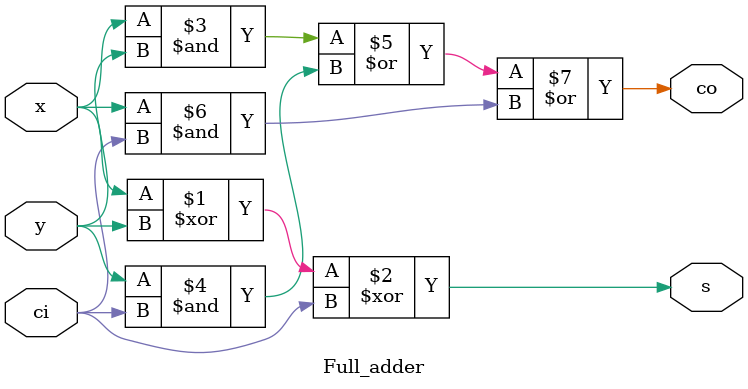
<source format=v>
`timescale 1ns / 1ps

module adder_4bit(a,b,ci,s,co);

input [3:0]a,b,ci;

output [3:0]s;

output co;

wire [2:0]c;


Full_adder a1(a[0],b[0],ci,s[0],c[0]);
Full_adder a2(a[1],b[1],c[0],s[1],c[1]);
Full_adder a3(a[2],b[2],c[1],s[2],c[2]);
Full_adder a4(a[3],b[3],c[2],s[3],co);



endmodule


module Full_adder(x,y,ci,s,co);

input x,y,ci;
output s,co;

assign s=x^y^ci;
assign co=(x&y)|(y&ci)|(x&ci);

endmodule 
</source>
